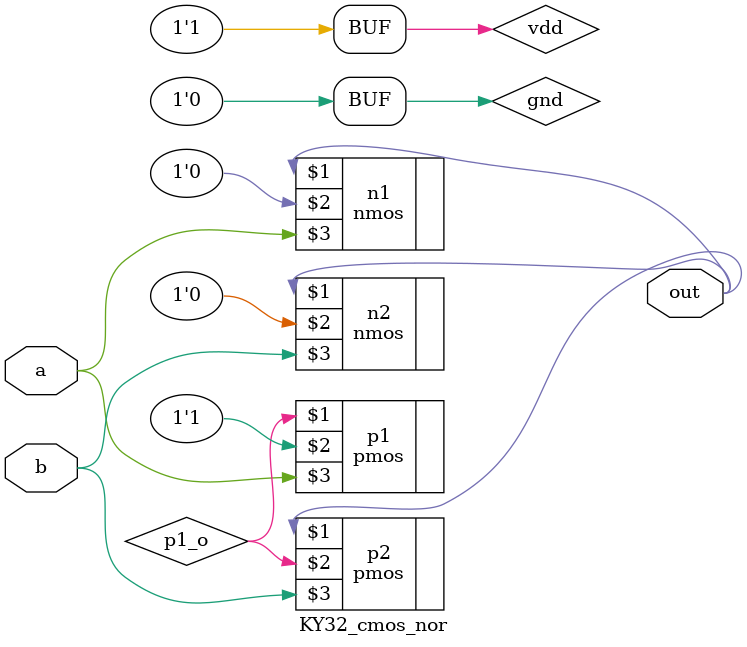
<source format=v>
module KY32_cmos_nor(output out, input a, b);
  supply1 vdd;
  supply0 gnd;
  
  wire p1_o;

  pmos p1(p1_o, vdd, a);
  pmos p2(out, p1_o, b);
  nmos n1(out, gnd, a);
  nmos n2(out, gnd, b);
endmodule

</source>
